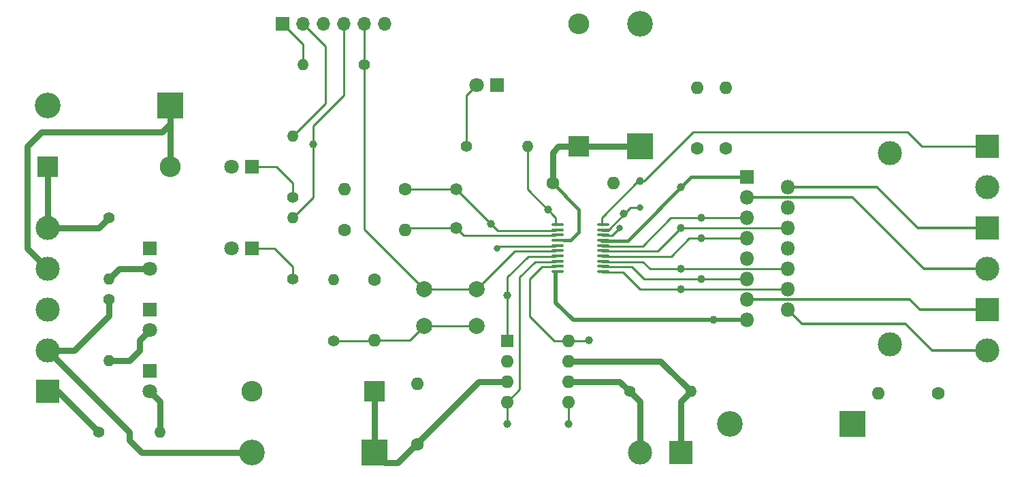
<source format=gbr>
%TF.GenerationSoftware,KiCad,Pcbnew,7.0.10*%
%TF.CreationDate,2024-02-09T16:37:33+11:00*%
%TF.ProjectId,CAN_DC_motor_driver,43414e5f-4443-45f6-9d6f-746f725f6472,0*%
%TF.SameCoordinates,Original*%
%TF.FileFunction,Copper,L1,Top*%
%TF.FilePolarity,Positive*%
%FSLAX46Y46*%
G04 Gerber Fmt 4.6, Leading zero omitted, Abs format (unit mm)*
G04 Created by KiCad (PCBNEW 7.0.10) date 2024-02-09 16:37:33*
%MOMM*%
%LPD*%
G01*
G04 APERTURE LIST*
G04 Aperture macros list*
%AMRoundRect*
0 Rectangle with rounded corners*
0 $1 Rounding radius*
0 $2 $3 $4 $5 $6 $7 $8 $9 X,Y pos of 4 corners*
0 Add a 4 corners polygon primitive as box body*
4,1,4,$2,$3,$4,$5,$6,$7,$8,$9,$2,$3,0*
0 Add four circle primitives for the rounded corners*
1,1,$1+$1,$2,$3*
1,1,$1+$1,$4,$5*
1,1,$1+$1,$6,$7*
1,1,$1+$1,$8,$9*
0 Add four rect primitives between the rounded corners*
20,1,$1+$1,$2,$3,$4,$5,0*
20,1,$1+$1,$4,$5,$6,$7,0*
20,1,$1+$1,$6,$7,$8,$9,0*
20,1,$1+$1,$8,$9,$2,$3,0*%
G04 Aperture macros list end*
%TA.AperFunction,ComponentPad*%
%ADD10O,1.600000X1.600000*%
%TD*%
%TA.AperFunction,ComponentPad*%
%ADD11C,1.600000*%
%TD*%
%TA.AperFunction,SMDPad,CuDef*%
%ADD12RoundRect,0.100000X-0.637500X-0.100000X0.637500X-0.100000X0.637500X0.100000X-0.637500X0.100000X0*%
%TD*%
%TA.AperFunction,SMDPad,CuDef*%
%ADD13C,1.000000*%
%TD*%
%TA.AperFunction,ComponentPad*%
%ADD14C,1.400000*%
%TD*%
%TA.AperFunction,ComponentPad*%
%ADD15O,1.400000X1.400000*%
%TD*%
%TA.AperFunction,ComponentPad*%
%ADD16R,1.800000X1.800000*%
%TD*%
%TA.AperFunction,ComponentPad*%
%ADD17C,1.800000*%
%TD*%
%TA.AperFunction,ComponentPad*%
%ADD18O,1.700000X1.700000*%
%TD*%
%TA.AperFunction,ComponentPad*%
%ADD19R,1.700000X1.700000*%
%TD*%
%TA.AperFunction,ComponentPad*%
%ADD20R,2.600000X2.600000*%
%TD*%
%TA.AperFunction,ComponentPad*%
%ADD21O,2.600000X2.600000*%
%TD*%
%TA.AperFunction,ComponentPad*%
%ADD22C,3.000000*%
%TD*%
%TA.AperFunction,ComponentPad*%
%ADD23R,1.600000X1.600000*%
%TD*%
%TA.AperFunction,ComponentPad*%
%ADD24R,3.200000X3.200000*%
%TD*%
%TA.AperFunction,ComponentPad*%
%ADD25O,3.200000X3.200000*%
%TD*%
%TA.AperFunction,ComponentPad*%
%ADD26R,3.000000X3.000000*%
%TD*%
%TA.AperFunction,ComponentPad*%
%ADD27O,1.800000X1.800000*%
%TD*%
%TA.AperFunction,ComponentPad*%
%ADD28C,1.500000*%
%TD*%
%TA.AperFunction,ComponentPad*%
%ADD29C,2.000000*%
%TD*%
%TA.AperFunction,ViaPad*%
%ADD30C,0.800000*%
%TD*%
%TA.AperFunction,Conductor*%
%ADD31C,0.250000*%
%TD*%
%TA.AperFunction,Conductor*%
%ADD32C,0.750000*%
%TD*%
%TA.AperFunction,Conductor*%
%ADD33C,0.450000*%
%TD*%
%TA.AperFunction,Conductor*%
%ADD34C,0.350000*%
%TD*%
%TA.AperFunction,Conductor*%
%ADD35C,0.550000*%
%TD*%
G04 APERTURE END LIST*
D10*
%TO.P,C6,2*%
%TO.N,GND*%
X139192000Y-66354000D03*
D11*
%TO.P,C6,1*%
%TO.N,VS*%
X139192000Y-73854000D03*
%TD*%
D12*
%TO.P,U4,1,PB7*%
%TO.N,Net-(U4-PB7)*%
X121783000Y-83364000D03*
%TO.P,U4,2,PC14*%
%TO.N,Net-(U4-PC14)*%
X121783000Y-84014000D03*
%TO.P,U4,3,PC15*%
%TO.N,Net-(U4-PC15)*%
X121783000Y-84664000D03*
%TO.P,U4,4,VDD*%
%TO.N,Net-(D10-K)*%
X121783000Y-85314000D03*
%TO.P,U4,5,VSS*%
%TO.N,GND*%
X121783000Y-85964000D03*
%TO.P,U4,6,PF2*%
%TO.N,/NRST*%
X121783000Y-86614000D03*
%TO.P,U4,7,PA0*%
%TO.N,/CAN_TX*%
X121783000Y-87264000D03*
%TO.P,U4,8,PA1*%
%TO.N,/CAN_RX*%
X121783000Y-87914000D03*
%TO.P,U4,9,PA2*%
%TO.N,/CAN_RS*%
X121783000Y-88564000D03*
%TO.P,U4,10,PA3*%
%TO.N,Net-(U3-SENSE_B)*%
X121783000Y-89214000D03*
%TO.P,U4,11,PA4*%
%TO.N,Net-(U3-IN4)*%
X127508000Y-89214000D03*
%TO.P,U4,12,PA5*%
%TO.N,Net-(U3-EnB)*%
X127508000Y-88564000D03*
%TO.P,U4,13,PA6*%
%TO.N,Net-(U3-IN3)*%
X127508000Y-87914000D03*
%TO.P,U4,14,PA7*%
%TO.N,Net-(U3-IN2)*%
X127508000Y-87264000D03*
%TO.P,U4,15,PA8*%
%TO.N,Net-(U3-EnA)*%
X127508000Y-86614000D03*
%TO.P,U4,16,PA9/PA11*%
%TO.N,Net-(U3-IN1)*%
X127508000Y-85964000D03*
%TO.P,U4,17,PA10/PA12*%
%TO.N,Net-(U3-SENSE_A)*%
X127508000Y-85314000D03*
%TO.P,U4,18,PA13*%
%TO.N,/PGM_SWDIO*%
X127508000Y-84664000D03*
%TO.P,U4,19,PA14*%
%TO.N,/PGM_SWCLK*%
X127508000Y-84014000D03*
%TO.P,U4,20,PB6*%
%TO.N,/PWM*%
X127508000Y-83364000D03*
%TD*%
D13*
%TO.P,TP28,1,1*%
%TO.N,/PGM_SWCLK*%
X130048000Y-82042000D03*
%TD*%
%TO.P,TP29,1,1*%
%TO.N,/PGM_SWDIO*%
X91440000Y-73406000D03*
%TD*%
D14*
%TO.P,R10,1*%
%TO.N,Net-(D9-K)*%
X88900000Y-90170000D03*
D15*
%TO.P,R10,2*%
%TO.N,/PGM_SWDIO*%
X88900000Y-82550000D03*
%TD*%
D13*
%TO.P,TP24,1,1*%
%TO.N,Net-(U4-PB7)*%
X120650000Y-81534000D03*
%TD*%
%TO.P,TP25,1,1*%
%TO.N,Net-(U4-PC14)*%
X113538000Y-83312000D03*
%TD*%
D11*
%TO.P,C5,1*%
%TO.N,GND*%
X169164000Y-104394000D03*
D10*
%TO.P,C5,2*%
%TO.N,Net-(D13-K)*%
X161664000Y-104394000D03*
%TD*%
D11*
%TO.P,C4,1*%
%TO.N,Net-(D10-K)*%
X121218000Y-78232000D03*
D10*
%TO.P,C4,2*%
%TO.N,GND*%
X128718000Y-78232000D03*
%TD*%
D14*
%TO.P,R5,1*%
%TO.N,Net-(D1-A)*%
X110490000Y-73660000D03*
D15*
%TO.P,R5,2*%
%TO.N,Net-(U4-PB7)*%
X118110000Y-73660000D03*
%TD*%
D13*
%TO.P,TP6,1,1*%
%TO.N,Net-(U3-IN4)*%
X137160000Y-91440000D03*
%TD*%
D16*
%TO.P,D1,1,K*%
%TO.N,GND*%
X114300000Y-66040000D03*
D17*
%TO.P,D1,2,A*%
%TO.N,Net-(D1-A)*%
X111760000Y-66040000D03*
%TD*%
D18*
%TO.P,J5,6,Pin_6*%
%TO.N,/PGM_SWO*%
X100330000Y-58420000D03*
%TO.P,J5,5,Pin_5*%
%TO.N,/NRST*%
X97790000Y-58420000D03*
%TO.P,J5,4,Pin_4*%
%TO.N,/PGM_SWDIO*%
X95250000Y-58420000D03*
%TO.P,J5,3,Pin_3*%
%TO.N,GND*%
X92710000Y-58420000D03*
%TO.P,J5,2,Pin_2*%
%TO.N,/PGM_SWCLK*%
X90170000Y-58420000D03*
D19*
%TO.P,J5,1,Pin_1*%
%TO.N,+3.3V*%
X87630000Y-58420000D03*
%TD*%
D14*
%TO.P,R6,1*%
%TO.N,Net-(J3-Pin_2)*%
X130810000Y-104140000D03*
D15*
%TO.P,R6,2*%
%TO.N,Net-(J3-Pin_1)*%
X138430000Y-104140000D03*
%TD*%
D11*
%TO.P,C1,1*%
%TO.N,Net-(U4-PC14)*%
X102810000Y-78920000D03*
D10*
%TO.P,C1,2*%
%TO.N,GND*%
X95310000Y-78920000D03*
%TD*%
D20*
%TO.P,D7,1,A1*%
%TO.N,Net-(D11-K)*%
X99060000Y-104140000D03*
D21*
%TO.P,D7,2,A2*%
%TO.N,GND*%
X83820000Y-104140000D03*
%TD*%
D22*
%TO.P,HS1,1*%
%TO.N,N/C*%
X163095000Y-98260000D03*
X163095000Y-74460000D03*
%TD*%
D23*
%TO.P,U1,1,TXD*%
%TO.N,/CAN_TX*%
X115580000Y-97800000D03*
D10*
%TO.P,U1,2,VSS*%
%TO.N,GND*%
X115580000Y-100340000D03*
%TO.P,U1,3,VDD*%
%TO.N,Net-(D11-K)*%
X115580000Y-102880000D03*
%TO.P,U1,4,RXD*%
%TO.N,/CAN_RX*%
X115580000Y-105420000D03*
%TO.P,U1,5,Vref*%
%TO.N,Net-(U1-Vref)*%
X123200000Y-105420000D03*
%TO.P,U1,6,CANL*%
%TO.N,Net-(J3-Pin_2)*%
X123200000Y-102880000D03*
%TO.P,U1,7,CANH*%
%TO.N,Net-(J3-Pin_1)*%
X123200000Y-100340000D03*
%TO.P,U1,8,Rs*%
%TO.N,/CAN_RS*%
X123200000Y-97800000D03*
%TD*%
D20*
%TO.P,D8,1,A1*%
%TO.N,Net-(D10-K)*%
X124460000Y-73660000D03*
D21*
%TO.P,D8,2,A2*%
%TO.N,GND*%
X124460000Y-58420000D03*
%TD*%
D24*
%TO.P,D11,1,K*%
%TO.N,Net-(D11-K)*%
X99060000Y-111760000D03*
D25*
%TO.P,D11,2,A*%
%TO.N,+5V*%
X83820000Y-111760000D03*
%TD*%
D14*
%TO.P,R9,1*%
%TO.N,Net-(D5-K)*%
X88900000Y-80010000D03*
D15*
%TO.P,R9,2*%
%TO.N,/PGM_SWCLK*%
X88900000Y-72390000D03*
%TD*%
D14*
%TO.P,R3,1*%
%TO.N,VS*%
X66040000Y-82550000D03*
D15*
%TO.P,R3,2*%
%TO.N,Net-(D2-A)*%
X66040000Y-90170000D03*
%TD*%
D24*
%TO.P,D12,1,K*%
%TO.N,GND2*%
X73660000Y-68580000D03*
D25*
%TO.P,D12,2,A*%
%TO.N,GND*%
X58420000Y-68580000D03*
%TD*%
D11*
%TO.P,C8,1*%
%TO.N,VS*%
X142748000Y-73854000D03*
D10*
%TO.P,C8,2*%
%TO.N,GND*%
X142748000Y-66354000D03*
%TD*%
D11*
%TO.P,C3,1*%
%TO.N,GND*%
X99060000Y-90230000D03*
D10*
%TO.P,C3,2*%
%TO.N,Net-(C3-Pad2)*%
X99060000Y-97730000D03*
%TD*%
D26*
%TO.P,J2,1,Pin_1*%
%TO.N,Net-(J2-Pin_1)*%
X175260000Y-83820000D03*
D22*
%TO.P,J2,2,Pin_2*%
%TO.N,Net-(J2-Pin_2)*%
X175260000Y-88900000D03*
%TD*%
D16*
%TO.P,D2,1,K*%
%TO.N,GND*%
X71120000Y-86360000D03*
D17*
%TO.P,D2,2,A*%
%TO.N,Net-(D2-A)*%
X71120000Y-88900000D03*
%TD*%
D13*
%TO.P,TP3,1,1*%
%TO.N,Net-(U3-EnA)*%
X137160000Y-83820000D03*
%TD*%
%TO.P,TP9,1,1*%
%TO.N,/PWM*%
X132080000Y-77978000D03*
%TD*%
D16*
%TO.P,D9,1,K*%
%TO.N,Net-(D9-K)*%
X83820000Y-86360000D03*
D17*
%TO.P,D9,2,A*%
%TO.N,GND*%
X81280000Y-86360000D03*
%TD*%
D13*
%TO.P,TP4,1,1*%
%TO.N,Net-(U3-EnB)*%
X139700000Y-90170000D03*
%TD*%
D24*
%TO.P,D10,1,K*%
%TO.N,Net-(D10-K)*%
X132080000Y-73660000D03*
D25*
%TO.P,D10,2,A*%
%TO.N,+3.3V*%
X132080000Y-58420000D03*
%TD*%
D13*
%TO.P,TP8,1,1*%
%TO.N,Net-(U3-SENSE_B)*%
X141224000Y-95250000D03*
%TD*%
%TO.P,TP5,1,1*%
%TO.N,Net-(U3-IN3)*%
X137160000Y-88900000D03*
%TD*%
D26*
%TO.P,J3,1,Pin_1*%
%TO.N,Net-(J3-Pin_1)*%
X137160000Y-111760000D03*
D22*
%TO.P,J3,2,Pin_2*%
%TO.N,Net-(J3-Pin_2)*%
X132080000Y-111760000D03*
%TD*%
D16*
%TO.P,U3,1,SENSE_A*%
%TO.N,Net-(U3-SENSE_A)*%
X145315000Y-77470000D03*
D27*
%TO.P,U3,2,OUT1*%
%TO.N,Net-(J2-Pin_1)*%
X150395000Y-78740000D03*
%TO.P,U3,3,OUT2*%
%TO.N,Net-(J2-Pin_2)*%
X145315000Y-80010000D03*
%TO.P,U3,4,Vs*%
%TO.N,VS*%
X150395000Y-81280000D03*
%TO.P,U3,5,IN1*%
%TO.N,Net-(U3-IN1)*%
X145315000Y-82550000D03*
%TO.P,U3,6,EnA*%
%TO.N,Net-(U3-EnA)*%
X150395000Y-83820000D03*
%TO.P,U3,7,IN2*%
%TO.N,Net-(U3-IN2)*%
X145315000Y-85090000D03*
%TO.P,U3,8,GND*%
%TO.N,GND*%
X150395000Y-86360000D03*
%TO.P,U3,9,Vss*%
%TO.N,Net-(D13-K)*%
X145315000Y-87630000D03*
%TO.P,U3,10,IN3*%
%TO.N,Net-(U3-IN3)*%
X150395000Y-88900000D03*
%TO.P,U3,11,EnB*%
%TO.N,Net-(U3-EnB)*%
X145315000Y-90170000D03*
%TO.P,U3,12,IN4*%
%TO.N,Net-(U3-IN4)*%
X150395000Y-91440000D03*
%TO.P,U3,13,OUT3*%
%TO.N,Net-(J4-Pin_1)*%
X145315000Y-92710000D03*
%TO.P,U3,14,OUT4*%
%TO.N,Net-(J4-Pin_2)*%
X150395000Y-93980000D03*
%TO.P,U3,15,SENSE_B*%
%TO.N,Net-(U3-SENSE_B)*%
X145315000Y-95250000D03*
%TD*%
D14*
%TO.P,R7,1*%
%TO.N,/NRST*%
X97790000Y-63500000D03*
D15*
%TO.P,R7,2*%
%TO.N,+3.3V*%
X90170000Y-63500000D03*
%TD*%
D28*
%TO.P,Y1,1,1*%
%TO.N,Net-(U4-PC15)*%
X109220000Y-83820000D03*
%TO.P,Y1,2,2*%
%TO.N,Net-(U4-PC14)*%
X109220000Y-78920000D03*
%TD*%
D14*
%TO.P,R8,1*%
%TO.N,+3.3V*%
X64770000Y-109220000D03*
D15*
%TO.P,R8,2*%
%TO.N,Net-(D4-A)*%
X72390000Y-109220000D03*
%TD*%
D13*
%TO.P,TP1,1,1*%
%TO.N,Net-(U3-IN1)*%
X139700000Y-82550000D03*
%TD*%
D29*
%TO.P,SW1,1,1*%
%TO.N,/NRST*%
X105260000Y-91440000D03*
X111760000Y-91440000D03*
%TO.P,SW1,2,2*%
%TO.N,Net-(C3-Pad2)*%
X105260000Y-95940000D03*
X111760000Y-95940000D03*
%TD*%
D13*
%TO.P,TP2,1,1*%
%TO.N,Net-(U3-IN2)*%
X139700000Y-85090000D03*
%TD*%
D16*
%TO.P,D4,1,K*%
%TO.N,GND*%
X71120000Y-101600000D03*
D17*
%TO.P,D4,2,A*%
%TO.N,Net-(D4-A)*%
X71120000Y-104140000D03*
%TD*%
D24*
%TO.P,D13,1,K*%
%TO.N,Net-(D13-K)*%
X158496000Y-108204000D03*
D25*
%TO.P,D13,2,A*%
%TO.N,+5V*%
X143256000Y-108204000D03*
%TD*%
D26*
%TO.P,J6,1,Pin_1*%
%TO.N,/PWM*%
X175260000Y-73660000D03*
D22*
%TO.P,J6,2,Pin_2*%
%TO.N,GND*%
X175260000Y-78740000D03*
%TD*%
D14*
%TO.P,R1,1*%
%TO.N,Net-(C3-Pad2)*%
X93980000Y-97850000D03*
D15*
%TO.P,R1,2*%
%TO.N,GND*%
X93980000Y-90230000D03*
%TD*%
D20*
%TO.P,D6,1,A1*%
%TO.N,VS*%
X58420000Y-76200000D03*
D21*
%TO.P,D6,2,A2*%
%TO.N,GND2*%
X73660000Y-76200000D03*
%TD*%
D11*
%TO.P,C7,1*%
%TO.N,Net-(D11-K)*%
X104394000Y-110684000D03*
D10*
%TO.P,C7,2*%
%TO.N,GND*%
X104394000Y-103184000D03*
%TD*%
D13*
%TO.P,TP14,1,1*%
%TO.N,Net-(U1-Vref)*%
X123190000Y-108204000D03*
%TD*%
%TO.P,TP16,1,1*%
%TO.N,/CAN_RX*%
X115570000Y-108204000D03*
%TD*%
%TO.P,TP15,1,1*%
%TO.N,/CAN_TX*%
X115570000Y-92202000D03*
%TD*%
D14*
%TO.P,R4,1*%
%TO.N,+5V*%
X66040000Y-92710000D03*
D15*
%TO.P,R4,2*%
%TO.N,Net-(D3-A)*%
X66040000Y-100330000D03*
%TD*%
D16*
%TO.P,D3,1,K*%
%TO.N,GND*%
X71120000Y-93980000D03*
D17*
%TO.P,D3,2,A*%
%TO.N,Net-(D3-A)*%
X71120000Y-96520000D03*
%TD*%
D13*
%TO.P,TP7,1,1*%
%TO.N,Net-(U3-SENSE_A)*%
X137160000Y-78740000D03*
%TD*%
D26*
%TO.P,J4,1,Pin_1*%
%TO.N,Net-(J4-Pin_1)*%
X175260000Y-93980000D03*
D22*
%TO.P,J4,2,Pin_2*%
%TO.N,Net-(J4-Pin_2)*%
X175260000Y-99060000D03*
%TD*%
D13*
%TO.P,TP17,1,1*%
%TO.N,/CAN_RS*%
X125730000Y-97790000D03*
%TD*%
D11*
%TO.P,C2,1*%
%TO.N,GND*%
X95310000Y-84000000D03*
D10*
%TO.P,C2,2*%
%TO.N,Net-(U4-PC15)*%
X102810000Y-84000000D03*
%TD*%
D26*
%TO.P,J1,1,Pin_1*%
%TO.N,+3.3V*%
X58420000Y-104140000D03*
D22*
%TO.P,J1,2,Pin_2*%
%TO.N,+5V*%
X58420000Y-99060000D03*
%TO.P,J1,3,Pin_3*%
%TO.N,GND*%
X58420000Y-93980000D03*
%TO.P,J1,4,Pin_4*%
%TO.N,GND2*%
X58420000Y-88900000D03*
%TO.P,J1,5,Pin_5*%
%TO.N,VS*%
X58420000Y-83820000D03*
%TD*%
D16*
%TO.P,D5,1,K*%
%TO.N,Net-(D5-K)*%
X83820000Y-76200000D03*
D17*
%TO.P,D5,2,A*%
%TO.N,GND*%
X81280000Y-76200000D03*
%TD*%
D30*
%TO.N,GND*%
X114300000Y-86360000D03*
%TO.N,/PGM_SWDIO*%
X129540000Y-83820000D03*
%TO.N,/PGM_SWCLK*%
X132080000Y-81280000D03*
%TD*%
D31*
%TO.N,Net-(U1-Vref)*%
X123200000Y-108194000D02*
X123190000Y-108204000D01*
X123200000Y-105420000D02*
X123200000Y-108194000D01*
%TO.N,/CAN_RX*%
X115580000Y-108468000D02*
X115570000Y-108458000D01*
X115580000Y-105420000D02*
X115580000Y-108468000D01*
D32*
%TO.N,Net-(D11-K)*%
X112004000Y-102880000D02*
X115580000Y-102880000D01*
X101914000Y-112970000D02*
X112004000Y-102880000D01*
X100270000Y-112970000D02*
X101914000Y-112970000D01*
D31*
%TO.N,/PWM*%
X167132000Y-73660000D02*
X175260000Y-73660000D01*
X165354000Y-71882000D02*
X167132000Y-73660000D01*
X132588000Y-77978000D02*
X138684000Y-71882000D01*
X131826000Y-77978000D02*
X132588000Y-77978000D01*
X138684000Y-71882000D02*
X165354000Y-71882000D01*
X127322500Y-82481500D02*
X131826000Y-77978000D01*
X127322500Y-83435000D02*
X127322500Y-82481500D01*
%TO.N,Net-(U4-PB7)*%
X121597500Y-82481500D02*
X121597500Y-83435000D01*
X118110000Y-78994000D02*
X121597500Y-82481500D01*
X118110000Y-73660000D02*
X118110000Y-78994000D01*
D33*
%TO.N,Net-(D10-K)*%
X124460000Y-81474000D02*
X121218000Y-78232000D01*
X123444000Y-85344000D02*
X124460000Y-84328000D01*
D31*
X122520499Y-85314000D02*
X122550499Y-85344000D01*
D33*
X124460000Y-84328000D02*
X124460000Y-81474000D01*
D31*
X121783000Y-85314000D02*
X122520499Y-85314000D01*
D33*
X122550499Y-85344000D02*
X123444000Y-85344000D01*
D32*
%TO.N,Net-(D3-A)*%
X69850000Y-99060000D02*
X69850000Y-97790000D01*
X68580000Y-100330000D02*
X69850000Y-99060000D01*
X66040000Y-100330000D02*
X68580000Y-100330000D01*
X69850000Y-97790000D02*
X71120000Y-96520000D01*
%TO.N,GND2*%
X72644000Y-71882000D02*
X73660000Y-70866000D01*
X57658000Y-71882000D02*
X72644000Y-71882000D01*
X73660000Y-70866000D02*
X73660000Y-68580000D01*
X55880000Y-73660000D02*
X57658000Y-71882000D01*
X58420000Y-88900000D02*
X55880000Y-86360000D01*
X55880000Y-86360000D02*
X55880000Y-73660000D01*
D34*
%TO.N,Net-(J4-Pin_1)*%
X175260000Y-93980000D02*
X166878000Y-93980000D01*
X166878000Y-93980000D02*
X165608000Y-92710000D01*
X165608000Y-92710000D02*
X145315000Y-92710000D01*
%TO.N,Net-(J2-Pin_1)*%
X166624000Y-83820000D02*
X175260000Y-83820000D01*
X150395000Y-78740000D02*
X161544000Y-78740000D01*
X161544000Y-78740000D02*
X166624000Y-83820000D01*
D31*
%TO.N,/CAN_RS*%
X121385699Y-97800000D02*
X118364000Y-94778301D01*
X123200000Y-97800000D02*
X121385699Y-97800000D01*
X118364000Y-94778301D02*
X118364000Y-90170000D01*
X118364000Y-90170000D02*
X119899000Y-88635000D01*
X119899000Y-88635000D02*
X121597500Y-88635000D01*
%TO.N,/PGM_SWCLK*%
X92964000Y-68326000D02*
X92964000Y-61214000D01*
X88900000Y-72390000D02*
X92964000Y-68326000D01*
X92964000Y-61214000D02*
X90170000Y-58420000D01*
%TO.N,/PGM_SWDIO*%
X95250000Y-67310000D02*
X95250000Y-58420000D01*
X91440000Y-71120000D02*
X95250000Y-67310000D01*
X91440000Y-80010000D02*
X91440000Y-71120000D01*
X88900000Y-82550000D02*
X91440000Y-80010000D01*
%TO.N,Net-(D5-K)*%
X86868000Y-76200000D02*
X88900000Y-78232000D01*
X88900000Y-78232000D02*
X88900000Y-80010000D01*
X83820000Y-76200000D02*
X86868000Y-76200000D01*
%TO.N,Net-(D9-K)*%
X86614000Y-86360000D02*
X88900000Y-88646000D01*
X88900000Y-88646000D02*
X88900000Y-90170000D01*
X83820000Y-86360000D02*
X86614000Y-86360000D01*
D32*
%TO.N,+5V*%
X68580000Y-110236000D02*
X68580000Y-109220000D01*
X68580000Y-109220000D02*
X58420000Y-99060000D01*
X70104000Y-111760000D02*
X68580000Y-110236000D01*
X83820000Y-111760000D02*
X70104000Y-111760000D01*
X61722000Y-99060000D02*
X58420000Y-99060000D01*
X66040000Y-94742000D02*
X61722000Y-99060000D01*
X66040000Y-92710000D02*
X66040000Y-94742000D01*
%TO.N,Net-(D10-K)*%
X121920000Y-73660000D02*
X124460000Y-73660000D01*
X121218000Y-74362000D02*
X121920000Y-73660000D01*
X121218000Y-78232000D02*
X121218000Y-74362000D01*
D34*
%TO.N,Net-(J4-Pin_2)*%
X152173000Y-95758000D02*
X165100000Y-95758000D01*
X150395000Y-93980000D02*
X152173000Y-95758000D01*
X165100000Y-95758000D02*
X168402000Y-99060000D01*
X168402000Y-99060000D02*
X175260000Y-99060000D01*
%TO.N,Net-(J2-Pin_2)*%
X158496000Y-80010000D02*
X145315000Y-80010000D01*
X167386000Y-88900000D02*
X158496000Y-80010000D01*
X175260000Y-88900000D02*
X167386000Y-88900000D01*
D31*
%TO.N,Net-(J4-Pin_1)*%
X173990000Y-92710000D02*
X175260000Y-93980000D01*
D35*
%TO.N,Net-(U3-SENSE_B)*%
X121597500Y-93081000D02*
X121597500Y-89285000D01*
X123766500Y-95250000D02*
X121597500Y-93081000D01*
X145315000Y-95250000D02*
X123766500Y-95250000D01*
D31*
%TO.N,/CAN_RX*%
X119025000Y-87985000D02*
X121597500Y-87985000D01*
X117115699Y-89894301D02*
X119025000Y-87985000D01*
X117115699Y-103884301D02*
X117115699Y-89894301D01*
X115580000Y-105420000D02*
X117115699Y-103884301D01*
%TO.N,/CAN_TX*%
X118151000Y-87335000D02*
X121597500Y-87335000D01*
X115580000Y-89906000D02*
X118151000Y-87335000D01*
X115580000Y-97800000D02*
X115580000Y-89906000D01*
%TO.N,GND*%
X114625000Y-86035000D02*
X114300000Y-86360000D01*
X121597500Y-86035000D02*
X114625000Y-86035000D01*
%TO.N,Net-(U3-EnA)*%
X137160000Y-83820000D02*
X134295000Y-86685000D01*
X134295000Y-86685000D02*
X127322500Y-86685000D01*
X150395000Y-83820000D02*
X137160000Y-83820000D01*
%TO.N,Net-(U3-IN2)*%
X138176000Y-85090000D02*
X135931000Y-87335000D01*
X135931000Y-87335000D02*
X127322500Y-87335000D01*
X145315000Y-85090000D02*
X138176000Y-85090000D01*
%TO.N,Net-(U3-IN4)*%
X129925000Y-89285000D02*
X127322500Y-89285000D01*
X150395000Y-91440000D02*
X132080000Y-91440000D01*
X132080000Y-91440000D02*
X129925000Y-89285000D01*
%TO.N,Net-(U3-IN3)*%
X132435000Y-87985000D02*
X127322500Y-87985000D01*
X133350000Y-88900000D02*
X132435000Y-87985000D01*
X150395000Y-88900000D02*
X133350000Y-88900000D01*
%TO.N,Net-(U3-EnB)*%
X132588000Y-90170000D02*
X131053000Y-88635000D01*
X131053000Y-88635000D02*
X127322500Y-88635000D01*
X145315000Y-90170000D02*
X132588000Y-90170000D01*
D33*
%TO.N,Net-(U3-SENSE_A)*%
X138430000Y-77470000D02*
X130515000Y-85385000D01*
X130515000Y-85385000D02*
X127322500Y-85385000D01*
X145315000Y-77470000D02*
X138430000Y-77470000D01*
D31*
%TO.N,Net-(U4-PC14)*%
X114385000Y-84085000D02*
X121597500Y-84085000D01*
X109220000Y-78920000D02*
X114385000Y-84085000D01*
X109220000Y-78920000D02*
X102810000Y-78920000D01*
%TO.N,Net-(U4-PC15)*%
X110135000Y-84735000D02*
X121597500Y-84735000D01*
X109220000Y-83820000D02*
X110135000Y-84735000D01*
X102990000Y-83820000D02*
X102810000Y-84000000D01*
X109220000Y-83820000D02*
X102990000Y-83820000D01*
D32*
%TO.N,+3.3V*%
X59690000Y-104140000D02*
X58420000Y-104140000D01*
D31*
X90170000Y-63500000D02*
X90170000Y-60960000D01*
X90170000Y-60960000D02*
X87630000Y-58420000D01*
D32*
X64770000Y-109220000D02*
X59690000Y-104140000D01*
D31*
%TO.N,/PGM_SWDIO*%
X128625000Y-84735000D02*
X129540000Y-83820000D01*
X127322500Y-84735000D02*
X128625000Y-84735000D01*
%TO.N,/PGM_SWCLK*%
X127322500Y-84085000D02*
X128059999Y-84085000D01*
X130864999Y-81280000D02*
X132080000Y-81280000D01*
X128059999Y-84085000D02*
X130864999Y-81280000D01*
%TO.N,Net-(C3-Pad2)*%
X93980000Y-97850000D02*
X98940000Y-97850000D01*
X103470000Y-97730000D02*
X105260000Y-95940000D01*
X105260000Y-95940000D02*
X111760000Y-95940000D01*
X99060000Y-97730000D02*
X103470000Y-97730000D01*
X98940000Y-97850000D02*
X99060000Y-97730000D01*
D32*
%TO.N,Net-(J3-Pin_2)*%
X129550000Y-102880000D02*
X130810000Y-104140000D01*
X123200000Y-102880000D02*
X129550000Y-102880000D01*
X132080000Y-111760000D02*
X132080000Y-105410000D01*
X132080000Y-105410000D02*
X130810000Y-104140000D01*
%TO.N,Net-(J3-Pin_1)*%
X137160000Y-105410000D02*
X138430000Y-104140000D01*
X138430000Y-104140000D02*
X134630000Y-100340000D01*
X137160000Y-111760000D02*
X137160000Y-105410000D01*
X134630000Y-100340000D02*
X123200000Y-100340000D01*
D31*
%TO.N,Net-(D1-A)*%
X110490000Y-73660000D02*
X110490000Y-67310000D01*
X110490000Y-67310000D02*
X111760000Y-66040000D01*
D32*
%TO.N,VS*%
X66040000Y-82550000D02*
X64770000Y-83820000D01*
X64770000Y-83820000D02*
X58420000Y-83820000D01*
X58420000Y-83820000D02*
X58420000Y-76200000D01*
D31*
%TO.N,/NRST*%
X111760000Y-91440000D02*
X116515000Y-86685000D01*
X97790000Y-83970000D02*
X97790000Y-63500000D01*
X97790000Y-58420000D02*
X97790000Y-63500000D01*
X105260000Y-91440000D02*
X97790000Y-83970000D01*
X116515000Y-86685000D02*
X121597500Y-86685000D01*
X105260000Y-91440000D02*
X111760000Y-91440000D01*
%TO.N,/CAN_RS*%
X125720000Y-97800000D02*
X125730000Y-97790000D01*
X123200000Y-97800000D02*
X125720000Y-97800000D01*
D32*
%TO.N,Net-(D2-A)*%
X66040000Y-90170000D02*
X67310000Y-88900000D01*
X67310000Y-88900000D02*
X71120000Y-88900000D01*
%TO.N,Net-(D4-A)*%
X72390000Y-105410000D02*
X71120000Y-104140000D01*
X72390000Y-109220000D02*
X72390000Y-105410000D01*
%TO.N,Net-(D10-K)*%
X124460000Y-73660000D02*
X132080000Y-73660000D01*
%TO.N,Net-(D11-K)*%
X99060000Y-104140000D02*
X99060000Y-111760000D01*
D31*
X100270000Y-112970000D02*
X99060000Y-111760000D01*
%TO.N,Net-(U3-IN1)*%
X132405000Y-86035000D02*
X127322500Y-86035000D01*
X145315000Y-82550000D02*
X135890000Y-82550000D01*
X135890000Y-82550000D02*
X132405000Y-86035000D01*
D32*
%TO.N,GND2*%
X73660000Y-76200000D02*
X73660000Y-68580000D01*
%TD*%
M02*

</source>
